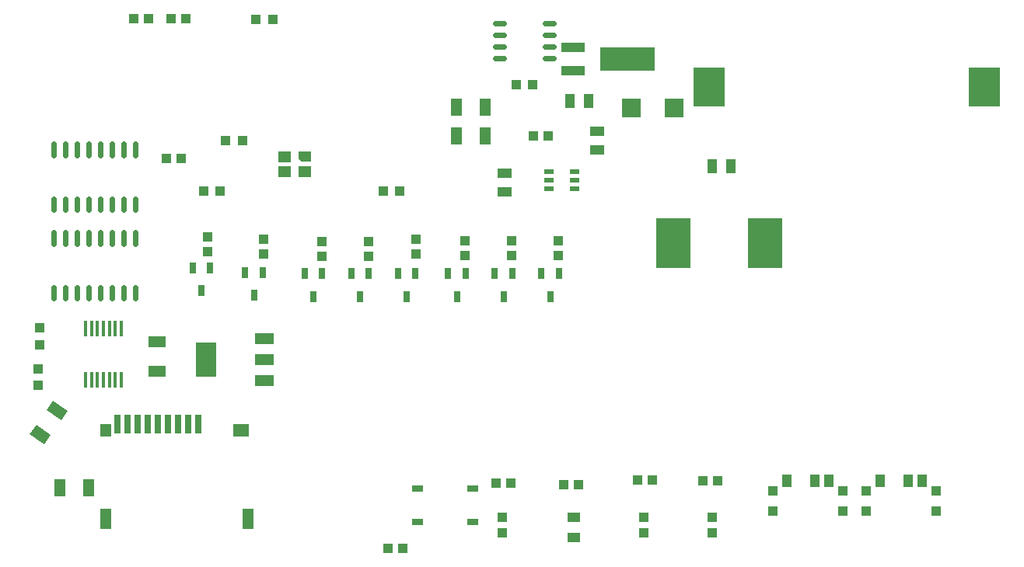
<source format=gtp>
G04 Layer: TopPasteMaskLayer*
G04 EasyEDA v6.3.53, 2020-07-07T17:09:39+02:00*
G04 a5cadded52d348ca89a3f83f906f7d41,10*
G04 Gerber Generator version 0.2*
G04 Scale: 100 percent, Rotated: No, Reflected: No *
G04 Dimensions in millimeters *
G04 leading zeros omitted , absolute positions ,3 integer and 3 decimal *
%FSLAX33Y33*%
%MOMM*%
G90*
G71D02*

%ADD13C,0.599999*%
%ADD15R,1.999996X1.999996*%
%ADD16R,1.270000X2.286000*%
%ADD17R,1.778000X1.397000*%
%ADD18R,1.270000X1.397000*%
%ADD19R,0.700024X1.999996*%
%ADD20R,0.990600X1.092200*%
%ADD21R,1.550010X0.999998*%
%ADD22R,0.999998X1.550010*%
%ADD23R,1.199998X1.899996*%
%ADD24R,1.399997X0.999998*%
%ADD25R,1.399997X1.150010*%
%ADD26R,1.299997X0.699999*%
%ADD27R,3.850005X5.499989*%
%ADD28R,1.899996X1.199998*%
%ADD29R,0.699999X1.250010*%
%ADD30R,0.999998X1.099998*%
%ADD31R,1.099998X0.999998*%
%ADD32R,0.399999X1.699997*%
%ADD33R,3.499993X4.199992*%
%ADD34R,0.999998X0.550012*%
%ADD35R,0.999998X0.999998*%
%ADD36R,0.999998X1.399997*%
%ADD37R,2.499995X0.999998*%
%ADD38R,5.999988X2.499995*%
%ADD39R,2.299995X3.799992*%
%ADD40R,1.999996X1.199998*%

%LPD*%
G54D13*
G01X53473Y59944D02*
G01X52553Y59944D01*
G01X53473Y58674D02*
G01X52553Y58674D01*
G01X53473Y57404D02*
G01X52553Y57404D01*
G01X53473Y56134D02*
G01X52553Y56134D01*
G01X58952Y59944D02*
G01X58032Y59944D01*
G01X58952Y58674D02*
G01X58032Y58674D01*
G01X58952Y57404D02*
G01X58032Y57404D01*
G01X58952Y56134D02*
G01X58032Y56134D01*
G01X13335Y35899D02*
G01X13335Y37099D01*
G01X12065Y35899D02*
G01X12065Y37099D01*
G01X10795Y35899D02*
G01X10795Y37099D01*
G01X9525Y35899D02*
G01X9525Y37099D01*
G01X8255Y35899D02*
G01X8255Y37099D01*
G01X6985Y35899D02*
G01X6985Y37099D01*
G01X5715Y35899D02*
G01X5715Y37099D01*
G01X4445Y35899D02*
G01X4445Y37099D01*
G01X13335Y29956D02*
G01X13335Y31156D01*
G01X12065Y29956D02*
G01X12065Y31156D01*
G01X10795Y29956D02*
G01X10795Y31156D01*
G01X9525Y29956D02*
G01X9525Y31156D01*
G01X8255Y29956D02*
G01X8255Y31156D01*
G01X6985Y29956D02*
G01X6985Y31156D01*
G01X5715Y29956D02*
G01X5715Y31156D01*
G01X4445Y29956D02*
G01X4445Y31156D01*
G01X13335Y45551D02*
G01X13335Y46751D01*
G01X12065Y45551D02*
G01X12065Y46751D01*
G01X10795Y45551D02*
G01X10795Y46751D01*
G01X9525Y45551D02*
G01X9525Y46751D01*
G01X8255Y45551D02*
G01X8255Y46751D01*
G01X6985Y45551D02*
G01X6985Y46751D01*
G01X5715Y45551D02*
G01X5715Y46751D01*
G01X4445Y45551D02*
G01X4445Y46751D01*
G01X13335Y39608D02*
G01X13335Y40808D01*
G01X12065Y39608D02*
G01X12065Y40808D01*
G01X10795Y39608D02*
G01X10795Y40808D01*
G01X9525Y39608D02*
G01X9525Y40808D01*
G01X8255Y39608D02*
G01X8255Y40808D01*
G01X6985Y39608D02*
G01X6985Y40808D01*
G01X5715Y39608D02*
G01X5715Y40808D01*
G01X4445Y39608D02*
G01X4445Y40808D01*
G54D15*
G01X72022Y50673D03*
G01X67423Y50673D03*
G54D16*
G01X10160Y5903D03*
G01X25654Y5903D03*
G54D17*
G01X24892Y15555D03*
G54D18*
G01X10160Y15555D03*
G54D19*
G01X11407Y16194D03*
G01X12511Y16194D03*
G01X13609Y16194D03*
G01X14706Y16194D03*
G01X15804Y16194D03*
G01X16903Y16194D03*
G01X18002Y16194D03*
G01X19099Y16192D03*
G01X20198Y16194D03*
G54D20*
G01X76200Y4356D03*
G01X76200Y6057D03*
G54D21*
G01X53594Y43544D03*
G01X53594Y41545D03*
G54D22*
G01X76216Y44323D03*
G01X78215Y44323D03*
G54D23*
G01X51510Y50800D03*
G01X48311Y50800D03*
G01X48311Y47625D03*
G01X51510Y47625D03*
G54D22*
G01X62721Y51435D03*
G01X60722Y51435D03*
G54D24*
G01X61087Y3852D03*
G01X61087Y6053D03*
G54D20*
G01X68707Y4356D03*
G01X68707Y6057D03*
G54D25*
G01X29633Y43776D03*
G36*
G01X32534Y44802D02*
G01X31496Y44801D01*
G01X31134Y45180D01*
G01X31134Y45952D01*
G01X32534Y45952D01*
G01X32534Y44802D01*
G37*
G01X31834Y43776D03*
G01X29633Y45377D03*
G54D26*
G01X44117Y9216D03*
G01X50116Y9216D03*
G01X44117Y5515D03*
G01X50116Y5515D03*
G54D20*
G01X53340Y4356D03*
G01X53340Y6057D03*
G54D27*
G01X81937Y35941D03*
G01X71987Y35941D03*
G54D21*
G01X63627Y46117D03*
G01X63627Y48116D03*
G54D28*
G01X15748Y22021D03*
G01X15748Y25221D03*
G54D23*
G01X8331Y9271D03*
G01X5131Y9271D03*
G36*
G01X3732Y17747D02*
G01X4420Y18730D01*
G01X5977Y17640D01*
G01X5288Y16657D01*
G01X3732Y17747D01*
G37*
G36*
G01X1896Y15125D02*
G01X2585Y16108D01*
G01X4141Y15018D01*
G01X3453Y14035D01*
G01X1896Y15125D01*
G37*
G54D29*
G01X27238Y32745D03*
G01X25339Y32745D03*
G01X26289Y30246D03*
G01X33715Y32618D03*
G01X31816Y32618D03*
G01X32766Y30119D03*
G01X38795Y32618D03*
G01X36896Y32618D03*
G01X37846Y30119D03*
G01X43875Y32618D03*
G01X41976Y32618D03*
G01X42926Y30119D03*
G01X49336Y32618D03*
G01X47437Y32618D03*
G01X48387Y30119D03*
G01X54416Y32618D03*
G01X52517Y32618D03*
G01X53467Y30119D03*
G01X59496Y32618D03*
G01X57597Y32618D03*
G01X58547Y30119D03*
G01X21523Y33253D03*
G01X19624Y33253D03*
G01X20574Y30754D03*
G54D30*
G01X20817Y41656D03*
G01X22617Y41656D03*
G01X42174Y41656D03*
G01X40374Y41656D03*
G54D31*
G01X33655Y34505D03*
G01X33655Y36105D03*
G01X27305Y36360D03*
G01X27305Y34760D03*
G01X38735Y34505D03*
G01X38735Y36105D03*
G01X43942Y34759D03*
G01X43942Y36359D03*
G01X49276Y34632D03*
G01X49276Y36232D03*
G01X54356Y34632D03*
G01X54356Y36232D03*
G01X59436Y34632D03*
G01X59436Y36232D03*
G01X21209Y35013D03*
G01X21209Y36613D03*
G54D30*
G01X54267Y9779D03*
G01X52667Y9779D03*
G01X61633Y9652D03*
G01X60033Y9652D03*
G01X69634Y10160D03*
G01X68034Y10160D03*
G01X76746Y10033D03*
G01X75146Y10033D03*
G54D32*
G01X7956Y21075D03*
G01X8606Y21075D03*
G01X9256Y21075D03*
G01X9906Y21075D03*
G01X10555Y21075D03*
G01X11205Y21075D03*
G01X11855Y21075D03*
G01X11855Y26676D03*
G01X11205Y26676D03*
G01X10555Y26676D03*
G01X9906Y26676D03*
G01X9256Y26676D03*
G01X8606Y26676D03*
G01X7956Y26676D03*
G54D33*
G01X75817Y52959D03*
G01X105792Y52959D03*
G54D30*
G01X28331Y60325D03*
G01X26531Y60325D03*
G01X25029Y47117D03*
G01X23229Y47117D03*
G01X54853Y53213D03*
G01X56653Y53213D03*
G54D34*
G01X61217Y43748D03*
G01X61217Y42799D03*
G01X61217Y41849D03*
G01X58416Y41849D03*
G01X58416Y42799D03*
G01X58416Y43748D03*
G54D35*
G01X82813Y6756D03*
G01X90414Y6756D03*
G01X82813Y8957D03*
G01X90414Y8957D03*
G54D36*
G01X84364Y10007D03*
G01X87364Y10007D03*
G01X88863Y10007D03*
G54D35*
G01X92973Y6756D03*
G01X100574Y6756D03*
G01X92973Y8957D03*
G01X100574Y8957D03*
G54D36*
G01X94524Y10007D03*
G01X97524Y10007D03*
G01X99023Y10007D03*
G54D30*
G01X13169Y60452D03*
G01X14769Y60452D03*
G01X18834Y60452D03*
G01X17234Y60452D03*
G01X16725Y45212D03*
G01X18325Y45212D03*
G01X42456Y2667D03*
G01X40856Y2667D03*
G01X58331Y47625D03*
G01X56731Y47625D03*
G54D37*
G01X61008Y57277D03*
G01X61008Y54737D03*
G54D38*
G01X67007Y56007D03*
G54D39*
G01X21082Y23241D03*
G54D40*
G01X27432Y23241D03*
G01X27432Y25540D03*
G01X27432Y20941D03*
G54D31*
G01X2794Y20436D03*
G01X2794Y22236D03*
G01X2921Y24881D03*
G01X2921Y26681D03*
M00*
M02*

</source>
